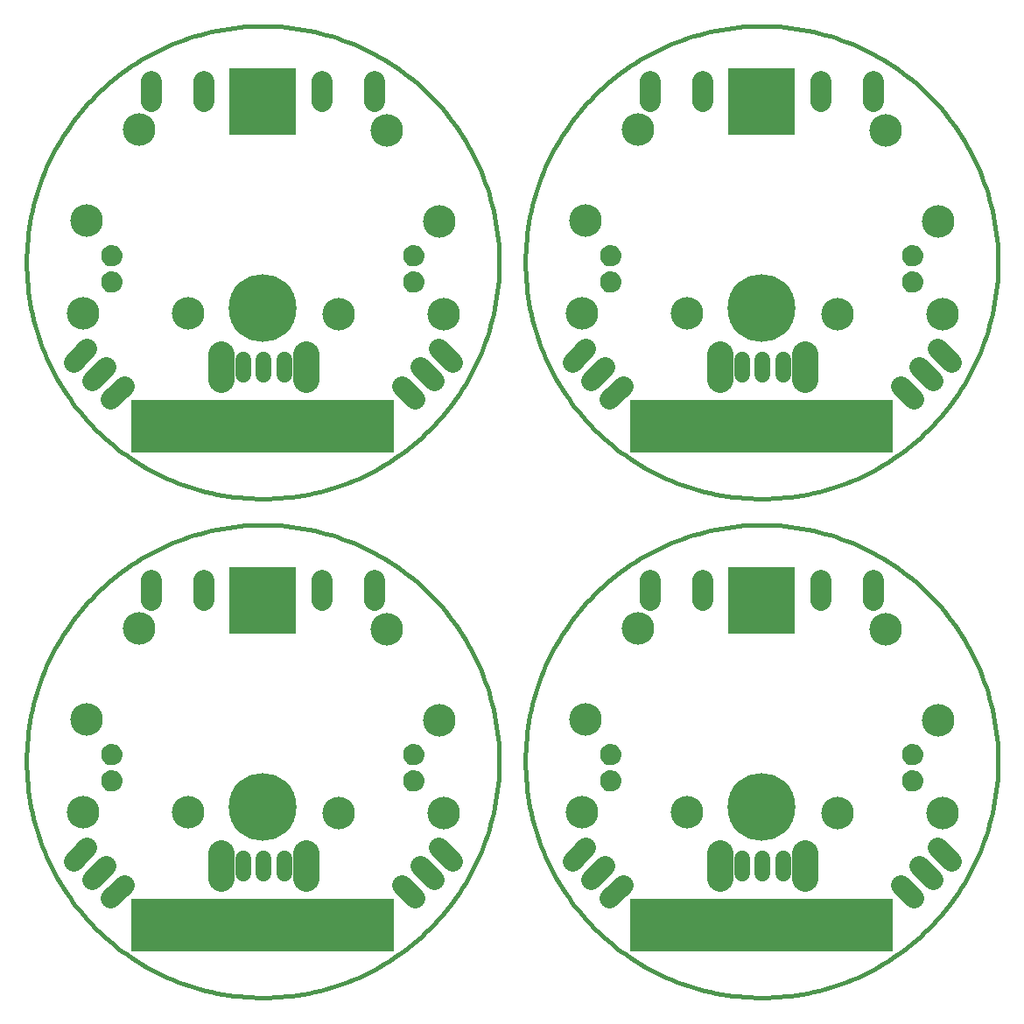
<source format=gbs>
G75*
G70*
%OFA0B0*%
%FSLAX25Y25*%
%IPPOS*%
%LPD*%
%AMOC8*
5,1,8,0,0,1.08239X$1,22.5*
%
%ADD106C,0.00500*%
%ADD171C,0.10144*%
%ADD21C,0.07800*%
%ADD26C,0.25800*%
%ADD44R,0.25800X0.25800*%
%ADD52C,0.01600*%
%ADD70C,0.05943*%
%ADD75C,0.08000*%
%ADD77C,0.12400*%
%ADD83R,1.00400X0.20400*%
X0010000Y0010000D02*
G75*
%LPD*%
D52*
X0010000Y0100000D02*
X0010027Y0102209D01*
X0010108Y0104416D01*
X0010244Y0106621D01*
X0010433Y0108822D01*
X0010677Y0111017D01*
X0010974Y0113206D01*
X0011325Y0115387D01*
X0011729Y0117558D01*
X0012187Y0119719D01*
X0012697Y0121868D01*
X0013260Y0124004D01*
X0013875Y0126126D01*
X0014542Y0128231D01*
X0015261Y0130320D01*
X0016031Y0132391D01*
X0016851Y0134442D01*
X0017721Y0136472D01*
X0018641Y0138480D01*
X0019610Y0140465D01*
X0020627Y0142426D01*
X0021692Y0144361D01*
X0022804Y0146269D01*
X0023963Y0148150D01*
X0025168Y0150001D01*
X0026417Y0151823D01*
X0027711Y0153613D01*
X0029049Y0155371D01*
X0030429Y0157095D01*
X0031851Y0158786D01*
X0033314Y0160440D01*
X0034818Y0162059D01*
X0036360Y0163640D01*
X0037941Y0165182D01*
X0039560Y0166686D01*
X0041214Y0168149D01*
X0042905Y0169571D01*
X0044629Y0170951D01*
X0046387Y0172289D01*
X0048177Y0173583D01*
X0049999Y0174832D01*
X0051850Y0176037D01*
X0053731Y0177196D01*
X0055639Y0178308D01*
X0057574Y0179373D01*
X0059535Y0180390D01*
X0061520Y0181359D01*
X0063528Y0182279D01*
X0065558Y0183149D01*
X0067609Y0183969D01*
X0069680Y0184739D01*
X0071769Y0185458D01*
X0073874Y0186125D01*
X0075996Y0186740D01*
X0078132Y0187303D01*
X0080281Y0187813D01*
X0082442Y0188271D01*
X0084613Y0188675D01*
X0086794Y0189026D01*
X0088983Y0189323D01*
X0091178Y0189567D01*
X0093379Y0189756D01*
X0095584Y0189892D01*
X0097791Y0189973D01*
X0100000Y0190000D01*
X0102209Y0189973D01*
X0104416Y0189892D01*
X0106621Y0189756D01*
X0108822Y0189567D01*
X0111017Y0189323D01*
X0113206Y0189026D01*
X0115387Y0188675D01*
X0117558Y0188271D01*
X0119719Y0187813D01*
X0121868Y0187303D01*
X0124004Y0186740D01*
X0126126Y0186125D01*
X0128231Y0185458D01*
X0130320Y0184739D01*
X0132391Y0183969D01*
X0134442Y0183149D01*
X0136472Y0182279D01*
X0138480Y0181359D01*
X0140465Y0180390D01*
X0142426Y0179373D01*
X0144361Y0178308D01*
X0146269Y0177196D01*
X0148150Y0176037D01*
X0150001Y0174832D01*
X0151823Y0173583D01*
X0153613Y0172289D01*
X0155371Y0170951D01*
X0157095Y0169571D01*
X0158786Y0168149D01*
X0160440Y0166686D01*
X0162059Y0165182D01*
X0163640Y0163640D01*
X0165182Y0162059D01*
X0166686Y0160440D01*
X0168149Y0158786D01*
X0169571Y0157095D01*
X0170951Y0155371D01*
X0172289Y0153613D01*
X0173583Y0151823D01*
X0174832Y0150001D01*
X0176037Y0148150D01*
X0177196Y0146269D01*
X0178308Y0144361D01*
X0179373Y0142426D01*
X0180390Y0140465D01*
X0181359Y0138480D01*
X0182279Y0136472D01*
X0183149Y0134442D01*
X0183969Y0132391D01*
X0184739Y0130320D01*
X0185458Y0128231D01*
X0186125Y0126126D01*
X0186740Y0124004D01*
X0187303Y0121868D01*
X0187813Y0119719D01*
X0188271Y0117558D01*
X0188675Y0115387D01*
X0189026Y0113206D01*
X0189323Y0111017D01*
X0189567Y0108822D01*
X0189756Y0106621D01*
X0189892Y0104416D01*
X0189973Y0102209D01*
X0190000Y0100000D01*
X0189973Y0097791D01*
X0189892Y0095584D01*
X0189756Y0093379D01*
X0189567Y0091178D01*
X0189323Y0088983D01*
X0189026Y0086794D01*
X0188675Y0084613D01*
X0188271Y0082442D01*
X0187813Y0080281D01*
X0187303Y0078132D01*
X0186740Y0075996D01*
X0186125Y0073874D01*
X0185458Y0071769D01*
X0184739Y0069680D01*
X0183969Y0067609D01*
X0183149Y0065558D01*
X0182279Y0063528D01*
X0181359Y0061520D01*
X0180390Y0059535D01*
X0179373Y0057574D01*
X0178308Y0055639D01*
X0177196Y0053731D01*
X0176037Y0051850D01*
X0174832Y0049999D01*
X0173583Y0048177D01*
X0172289Y0046387D01*
X0170951Y0044629D01*
X0169571Y0042905D01*
X0168149Y0041214D01*
X0166686Y0039560D01*
X0165182Y0037941D01*
X0163640Y0036360D01*
X0162059Y0034818D01*
X0160440Y0033314D01*
X0158786Y0031851D01*
X0157095Y0030429D01*
X0155371Y0029049D01*
X0153613Y0027711D01*
X0151823Y0026417D01*
X0150001Y0025168D01*
X0148150Y0023963D01*
X0146269Y0022804D01*
X0144361Y0021692D01*
X0142426Y0020627D01*
X0140465Y0019610D01*
X0138480Y0018641D01*
X0136472Y0017721D01*
X0134442Y0016851D01*
X0132391Y0016031D01*
X0130320Y0015261D01*
X0128231Y0014542D01*
X0126126Y0013875D01*
X0124004Y0013260D01*
X0121868Y0012697D01*
X0119719Y0012187D01*
X0117558Y0011729D01*
X0115387Y0011325D01*
X0113206Y0010974D01*
X0111017Y0010677D01*
X0108822Y0010433D01*
X0106621Y0010244D01*
X0104416Y0010108D01*
X0102209Y0010027D01*
X0100000Y0010000D01*
X0097791Y0010027D01*
X0095584Y0010108D01*
X0093379Y0010244D01*
X0091178Y0010433D01*
X0088983Y0010677D01*
X0086794Y0010974D01*
X0084613Y0011325D01*
X0082442Y0011729D01*
X0080281Y0012187D01*
X0078132Y0012697D01*
X0075996Y0013260D01*
X0073874Y0013875D01*
X0071769Y0014542D01*
X0069680Y0015261D01*
X0067609Y0016031D01*
X0065558Y0016851D01*
X0063528Y0017721D01*
X0061520Y0018641D01*
X0059535Y0019610D01*
X0057574Y0020627D01*
X0055639Y0021692D01*
X0053731Y0022804D01*
X0051850Y0023963D01*
X0049999Y0025168D01*
X0048177Y0026417D01*
X0046387Y0027711D01*
X0044629Y0029049D01*
X0042905Y0030429D01*
X0041214Y0031851D01*
X0039560Y0033314D01*
X0037941Y0034818D01*
X0036360Y0036360D01*
X0034818Y0037941D01*
X0033314Y0039560D01*
X0031851Y0041214D01*
X0030429Y0042905D01*
X0029049Y0044629D01*
X0027711Y0046387D01*
X0026417Y0048177D01*
X0025168Y0049999D01*
X0023963Y0051850D01*
X0022804Y0053731D01*
X0021692Y0055639D01*
X0020627Y0057574D01*
X0019610Y0059535D01*
X0018641Y0061520D01*
X0017721Y0063528D01*
X0016851Y0065558D01*
X0016031Y0067609D01*
X0015261Y0069680D01*
X0014542Y0071769D01*
X0013875Y0073874D01*
X0013260Y0075996D01*
X0012697Y0078132D01*
X0012187Y0080281D01*
X0011729Y0082442D01*
X0011325Y0084613D01*
X0010974Y0086794D01*
X0010677Y0088983D01*
X0010433Y0091178D01*
X0010244Y0093379D01*
X0010108Y0095584D01*
X0010027Y0097791D01*
X0010000Y0100000D01*
D21*
X0047188Y0053045D02*
X0041955Y0047812D01*
X0034884Y0054883D02*
X0040117Y0060116D01*
X0033046Y0067187D02*
X0027813Y0061955D01*
X0152813Y0053045D02*
X0158046Y0047812D01*
X0165117Y0054883D02*
X0159884Y0060116D01*
X0166955Y0067187D02*
X0172188Y0061955D01*
D77*
X0168781Y0080107D03*
X0167210Y0115507D03*
X0147210Y0150148D03*
X0128781Y0080107D03*
X0071462Y0080624D03*
X0032929Y0115922D03*
X0052929Y0150563D03*
X0031462Y0080624D03*
D75*
X0057500Y0161200D02*
X0057500Y0168800D01*
X0077500Y0168800D02*
X0077500Y0161200D01*
X0122500Y0161200D02*
X0122500Y0168800D01*
X0142500Y0168800D02*
X0142500Y0161200D01*
D106*
X0156688Y0106168D02*
X0155995Y0105948D01*
X0155358Y0105597D01*
X0154802Y0105128D01*
X0154348Y0104559D01*
X0154014Y0103913D01*
X0153812Y0103215D01*
X0153750Y0102490D01*
X0153813Y0101769D01*
X0154016Y0101075D01*
X0154350Y0100433D01*
X0154803Y0099869D01*
X0155357Y0099404D01*
X0155991Y0099056D01*
X0156681Y0098838D01*
X0157400Y0098760D01*
X0158060Y0098808D01*
X0158702Y0098970D01*
X0159305Y0099241D01*
X0159853Y0099612D01*
X0160327Y0100073D01*
X0160715Y0100610D01*
X0161003Y0101205D01*
X0161183Y0101842D01*
X0161251Y0102500D01*
X0161185Y0103158D01*
X0161006Y0103795D01*
X0160720Y0104391D01*
X0160334Y0104929D01*
X0159861Y0105391D01*
X0159314Y0105764D01*
X0158711Y0106036D01*
X0158070Y0106200D01*
X0157411Y0106249D01*
X0156688Y0106168D01*
X0157280Y0106235D02*
X0157604Y0106235D01*
X0159354Y0105736D02*
X0155611Y0105736D01*
X0154932Y0105238D02*
X0160017Y0105238D01*
X0160470Y0104739D02*
X0154492Y0104739D01*
X0154183Y0104241D02*
X0160792Y0104241D01*
X0161021Y0103742D02*
X0153964Y0103742D01*
X0153820Y0103244D02*
X0161161Y0103244D01*
X0161226Y0102745D02*
X0153772Y0102745D01*
X0153772Y0102247D02*
X0161225Y0102247D01*
X0161157Y0101748D02*
X0153819Y0101748D01*
X0153965Y0101250D02*
X0161016Y0101250D01*
X0160783Y0100751D02*
X0154184Y0100751D01*
X0154494Y0100253D02*
X0160457Y0100253D01*
X0159999Y0099754D02*
X0154939Y0099754D01*
X0155627Y0099256D02*
X0159328Y0099256D01*
X0158070Y0096200D02*
X0157411Y0096249D01*
X0156688Y0096168D01*
X0155995Y0095948D01*
X0155358Y0095597D01*
X0154802Y0095128D01*
X0154348Y0094559D01*
X0154014Y0093913D01*
X0153812Y0093215D01*
X0153750Y0092490D01*
X0153813Y0091769D01*
X0154016Y0091075D01*
X0154350Y0090433D01*
X0154803Y0089869D01*
X0155357Y0089404D01*
X0155991Y0089056D01*
X0156681Y0088838D01*
X0157400Y0088760D01*
X0158060Y0088808D01*
X0158702Y0088970D01*
X0159305Y0089241D01*
X0159853Y0089612D01*
X0160327Y0090073D01*
X0160715Y0090610D01*
X0161003Y0091205D01*
X0161183Y0091842D01*
X0161251Y0092500D01*
X0161185Y0093158D01*
X0161006Y0093795D01*
X0160720Y0094391D01*
X0160334Y0094929D01*
X0159861Y0095391D01*
X0159314Y0095764D01*
X0158711Y0096036D01*
X0158070Y0096200D01*
X0159309Y0095766D02*
X0155665Y0095766D01*
X0154968Y0095268D02*
X0159987Y0095268D01*
X0160448Y0094769D02*
X0154515Y0094769D01*
X0154199Y0094271D02*
X0160778Y0094271D01*
X0161013Y0093772D02*
X0153973Y0093772D01*
X0153829Y0093273D02*
X0161153Y0093273D01*
X0161223Y0092775D02*
X0153775Y0092775D01*
X0153769Y0092276D02*
X0161228Y0092276D01*
X0161165Y0091778D02*
X0153813Y0091778D01*
X0153956Y0091279D02*
X0161024Y0091279D01*
X0160798Y0090781D02*
X0154169Y0090781D01*
X0154470Y0090282D02*
X0160479Y0090282D01*
X0160030Y0089784D02*
X0154903Y0089784D01*
X0155572Y0089285D02*
X0159371Y0089285D01*
X0157775Y0088787D02*
X0157151Y0088787D01*
X0046251Y0092500D02*
X0046183Y0091842D01*
X0046003Y0091205D01*
X0045715Y0090610D01*
X0045327Y0090073D01*
X0044853Y0089612D01*
X0044305Y0089241D01*
X0043702Y0088970D01*
X0043060Y0088808D01*
X0042400Y0088760D01*
X0041681Y0088838D01*
X0040991Y0089056D01*
X0040357Y0089404D01*
X0039803Y0089869D01*
X0039350Y0090433D01*
X0039016Y0091075D01*
X0038813Y0091769D01*
X0038750Y0092490D01*
X0038812Y0093215D01*
X0039014Y0093913D01*
X0039348Y0094559D01*
X0039802Y0095128D01*
X0040358Y0095597D01*
X0040995Y0095948D01*
X0041688Y0096168D01*
X0042411Y0096249D01*
X0043070Y0096200D01*
X0043711Y0096036D01*
X0044314Y0095764D01*
X0044861Y0095391D01*
X0045334Y0094929D01*
X0045720Y0094391D01*
X0046006Y0093795D01*
X0046185Y0093158D01*
X0046251Y0092500D01*
X0046228Y0092276D02*
X0038769Y0092276D01*
X0038775Y0092775D02*
X0046223Y0092775D01*
X0046153Y0093273D02*
X0038829Y0093273D01*
X0038973Y0093772D02*
X0046013Y0093772D01*
X0045778Y0094271D02*
X0039199Y0094271D01*
X0039515Y0094769D02*
X0045448Y0094769D01*
X0044987Y0095268D02*
X0039968Y0095268D01*
X0040665Y0095766D02*
X0044309Y0095766D01*
X0043702Y0098970D02*
X0043060Y0098808D01*
X0042400Y0098760D01*
X0041681Y0098838D01*
X0040991Y0099056D01*
X0040357Y0099404D01*
X0039803Y0099869D01*
X0039350Y0100433D01*
X0039016Y0101075D01*
X0038813Y0101769D01*
X0038750Y0102490D01*
X0038812Y0103215D01*
X0039014Y0103913D01*
X0039348Y0104559D01*
X0039802Y0105128D01*
X0040358Y0105597D01*
X0040995Y0105948D01*
X0041688Y0106168D01*
X0042411Y0106249D01*
X0043070Y0106200D01*
X0043711Y0106036D01*
X0044314Y0105764D01*
X0044861Y0105391D01*
X0045334Y0104929D01*
X0045720Y0104391D01*
X0046006Y0103795D01*
X0046185Y0103158D01*
X0046251Y0102500D01*
X0046183Y0101842D01*
X0046003Y0101205D01*
X0045715Y0100610D01*
X0045327Y0100073D01*
X0044853Y0099612D01*
X0044305Y0099241D01*
X0043702Y0098970D01*
X0044328Y0099256D02*
X0040627Y0099256D01*
X0039939Y0099754D02*
X0044999Y0099754D01*
X0045457Y0100253D02*
X0039494Y0100253D01*
X0039184Y0100751D02*
X0045783Y0100751D01*
X0046016Y0101250D02*
X0038965Y0101250D01*
X0038819Y0101748D02*
X0046157Y0101748D01*
X0046225Y0102247D02*
X0038772Y0102247D01*
X0038772Y0102745D02*
X0046226Y0102745D01*
X0046161Y0103244D02*
X0038820Y0103244D01*
X0038964Y0103742D02*
X0046021Y0103742D01*
X0045792Y0104241D02*
X0039183Y0104241D01*
X0039492Y0104739D02*
X0045470Y0104739D01*
X0045017Y0105238D02*
X0039932Y0105238D01*
X0040611Y0105736D02*
X0044354Y0105736D01*
X0042604Y0106235D02*
X0042280Y0106235D01*
X0038813Y0091778D02*
X0046165Y0091778D01*
X0046024Y0091279D02*
X0038956Y0091279D01*
X0039169Y0090781D02*
X0045798Y0090781D01*
X0045479Y0090282D02*
X0039470Y0090282D01*
X0039903Y0089784D02*
X0045030Y0089784D01*
X0044371Y0089285D02*
X0040572Y0089285D01*
X0042151Y0088787D02*
X0042775Y0088787D01*
D44*
X0100000Y0161240D03*
D26*
X0100000Y0082500D03*
D83*
X0100000Y0037500D03*
D171*
X0084217Y0055128D02*
X0084217Y0064872D01*
X0116500Y0064872D02*
X0116500Y0055128D01*
D70*
X0108233Y0057228D02*
X0108233Y0062771D01*
X0100359Y0062771D02*
X0100359Y0057228D01*
X0092485Y0057228D02*
X0092485Y0062771D01*
X0010000Y0200000D02*
G75*
%LPD*%
D52*
X0010000Y0290000D02*
X0010027Y0292209D01*
X0010108Y0294416D01*
X0010244Y0296621D01*
X0010433Y0298822D01*
X0010677Y0301017D01*
X0010974Y0303206D01*
X0011325Y0305387D01*
X0011729Y0307558D01*
X0012187Y0309719D01*
X0012697Y0311868D01*
X0013260Y0314004D01*
X0013875Y0316126D01*
X0014542Y0318231D01*
X0015261Y0320320D01*
X0016031Y0322391D01*
X0016851Y0324442D01*
X0017721Y0326472D01*
X0018641Y0328480D01*
X0019610Y0330465D01*
X0020627Y0332426D01*
X0021692Y0334361D01*
X0022804Y0336269D01*
X0023963Y0338150D01*
X0025168Y0340001D01*
X0026417Y0341823D01*
X0027711Y0343613D01*
X0029049Y0345371D01*
X0030429Y0347095D01*
X0031851Y0348786D01*
X0033314Y0350440D01*
X0034818Y0352059D01*
X0036360Y0353640D01*
X0037941Y0355182D01*
X0039560Y0356686D01*
X0041214Y0358149D01*
X0042905Y0359571D01*
X0044629Y0360951D01*
X0046387Y0362289D01*
X0048177Y0363583D01*
X0049999Y0364832D01*
X0051850Y0366037D01*
X0053731Y0367196D01*
X0055639Y0368308D01*
X0057574Y0369373D01*
X0059535Y0370390D01*
X0061520Y0371359D01*
X0063528Y0372279D01*
X0065558Y0373149D01*
X0067609Y0373969D01*
X0069680Y0374739D01*
X0071769Y0375458D01*
X0073874Y0376125D01*
X0075996Y0376740D01*
X0078132Y0377303D01*
X0080281Y0377813D01*
X0082442Y0378271D01*
X0084613Y0378675D01*
X0086794Y0379026D01*
X0088983Y0379323D01*
X0091178Y0379567D01*
X0093379Y0379756D01*
X0095584Y0379892D01*
X0097791Y0379973D01*
X0100000Y0380000D01*
X0102209Y0379973D01*
X0104416Y0379892D01*
X0106621Y0379756D01*
X0108822Y0379567D01*
X0111017Y0379323D01*
X0113206Y0379026D01*
X0115387Y0378675D01*
X0117558Y0378271D01*
X0119719Y0377813D01*
X0121868Y0377303D01*
X0124004Y0376740D01*
X0126126Y0376125D01*
X0128231Y0375458D01*
X0130320Y0374739D01*
X0132391Y0373969D01*
X0134442Y0373149D01*
X0136472Y0372279D01*
X0138480Y0371359D01*
X0140465Y0370390D01*
X0142426Y0369373D01*
X0144361Y0368308D01*
X0146269Y0367196D01*
X0148150Y0366037D01*
X0150001Y0364832D01*
X0151823Y0363583D01*
X0153613Y0362289D01*
X0155371Y0360951D01*
X0157095Y0359571D01*
X0158786Y0358149D01*
X0160440Y0356686D01*
X0162059Y0355182D01*
X0163640Y0353640D01*
X0165182Y0352059D01*
X0166686Y0350440D01*
X0168149Y0348786D01*
X0169571Y0347095D01*
X0170951Y0345371D01*
X0172289Y0343613D01*
X0173583Y0341823D01*
X0174832Y0340001D01*
X0176037Y0338150D01*
X0177196Y0336269D01*
X0178308Y0334361D01*
X0179373Y0332426D01*
X0180390Y0330465D01*
X0181359Y0328480D01*
X0182279Y0326472D01*
X0183149Y0324442D01*
X0183969Y0322391D01*
X0184739Y0320320D01*
X0185458Y0318231D01*
X0186125Y0316126D01*
X0186740Y0314004D01*
X0187303Y0311868D01*
X0187813Y0309719D01*
X0188271Y0307558D01*
X0188675Y0305387D01*
X0189026Y0303206D01*
X0189323Y0301017D01*
X0189567Y0298822D01*
X0189756Y0296621D01*
X0189892Y0294416D01*
X0189973Y0292209D01*
X0190000Y0290000D01*
X0189973Y0287791D01*
X0189892Y0285584D01*
X0189756Y0283379D01*
X0189567Y0281178D01*
X0189323Y0278983D01*
X0189026Y0276794D01*
X0188675Y0274613D01*
X0188271Y0272442D01*
X0187813Y0270281D01*
X0187303Y0268132D01*
X0186740Y0265996D01*
X0186125Y0263874D01*
X0185458Y0261769D01*
X0184739Y0259680D01*
X0183969Y0257609D01*
X0183149Y0255558D01*
X0182279Y0253528D01*
X0181359Y0251520D01*
X0180390Y0249535D01*
X0179373Y0247574D01*
X0178308Y0245639D01*
X0177196Y0243731D01*
X0176037Y0241850D01*
X0174832Y0239999D01*
X0173583Y0238177D01*
X0172289Y0236387D01*
X0170951Y0234629D01*
X0169571Y0232905D01*
X0168149Y0231214D01*
X0166686Y0229560D01*
X0165182Y0227941D01*
X0163640Y0226360D01*
X0162059Y0224818D01*
X0160440Y0223314D01*
X0158786Y0221851D01*
X0157095Y0220429D01*
X0155371Y0219049D01*
X0153613Y0217711D01*
X0151823Y0216417D01*
X0150001Y0215168D01*
X0148150Y0213963D01*
X0146269Y0212804D01*
X0144361Y0211692D01*
X0142426Y0210627D01*
X0140465Y0209610D01*
X0138480Y0208641D01*
X0136472Y0207721D01*
X0134442Y0206851D01*
X0132391Y0206031D01*
X0130320Y0205261D01*
X0128231Y0204542D01*
X0126126Y0203875D01*
X0124004Y0203260D01*
X0121868Y0202697D01*
X0119719Y0202187D01*
X0117558Y0201729D01*
X0115387Y0201325D01*
X0113206Y0200974D01*
X0111017Y0200677D01*
X0108822Y0200433D01*
X0106621Y0200244D01*
X0104416Y0200108D01*
X0102209Y0200027D01*
X0100000Y0200000D01*
X0097791Y0200027D01*
X0095584Y0200108D01*
X0093379Y0200244D01*
X0091178Y0200433D01*
X0088983Y0200677D01*
X0086794Y0200974D01*
X0084613Y0201325D01*
X0082442Y0201729D01*
X0080281Y0202187D01*
X0078132Y0202697D01*
X0075996Y0203260D01*
X0073874Y0203875D01*
X0071769Y0204542D01*
X0069680Y0205261D01*
X0067609Y0206031D01*
X0065558Y0206851D01*
X0063528Y0207721D01*
X0061520Y0208641D01*
X0059535Y0209610D01*
X0057574Y0210627D01*
X0055639Y0211692D01*
X0053731Y0212804D01*
X0051850Y0213963D01*
X0049999Y0215168D01*
X0048177Y0216417D01*
X0046387Y0217711D01*
X0044629Y0219049D01*
X0042905Y0220429D01*
X0041214Y0221851D01*
X0039560Y0223314D01*
X0037941Y0224818D01*
X0036360Y0226360D01*
X0034818Y0227941D01*
X0033314Y0229560D01*
X0031851Y0231214D01*
X0030429Y0232905D01*
X0029049Y0234629D01*
X0027711Y0236387D01*
X0026417Y0238177D01*
X0025168Y0239999D01*
X0023963Y0241850D01*
X0022804Y0243731D01*
X0021692Y0245639D01*
X0020627Y0247574D01*
X0019610Y0249535D01*
X0018641Y0251520D01*
X0017721Y0253528D01*
X0016851Y0255558D01*
X0016031Y0257609D01*
X0015261Y0259680D01*
X0014542Y0261769D01*
X0013875Y0263874D01*
X0013260Y0265996D01*
X0012697Y0268132D01*
X0012187Y0270281D01*
X0011729Y0272442D01*
X0011325Y0274613D01*
X0010974Y0276794D01*
X0010677Y0278983D01*
X0010433Y0281178D01*
X0010244Y0283379D01*
X0010108Y0285584D01*
X0010027Y0287791D01*
X0010000Y0290000D01*
D21*
X0047188Y0243045D02*
X0041955Y0237812D01*
X0034884Y0244883D02*
X0040117Y0250116D01*
X0033046Y0257187D02*
X0027813Y0251955D01*
X0152813Y0243045D02*
X0158046Y0237812D01*
X0165117Y0244883D02*
X0159884Y0250116D01*
X0166955Y0257187D02*
X0172188Y0251955D01*
D77*
X0168781Y0270107D03*
X0167210Y0305507D03*
X0147210Y0340148D03*
X0128781Y0270107D03*
X0071462Y0270624D03*
X0032929Y0305922D03*
X0052929Y0340563D03*
X0031462Y0270624D03*
D75*
X0057500Y0351200D02*
X0057500Y0358800D01*
X0077500Y0358800D02*
X0077500Y0351200D01*
X0122500Y0351200D02*
X0122500Y0358800D01*
X0142500Y0358800D02*
X0142500Y0351200D01*
D106*
X0156688Y0296168D02*
X0155995Y0295948D01*
X0155358Y0295597D01*
X0154802Y0295128D01*
X0154348Y0294559D01*
X0154014Y0293913D01*
X0153812Y0293215D01*
X0153750Y0292490D01*
X0153813Y0291769D01*
X0154016Y0291075D01*
X0154350Y0290433D01*
X0154803Y0289869D01*
X0155357Y0289404D01*
X0155991Y0289056D01*
X0156681Y0288838D01*
X0157400Y0288760D01*
X0158060Y0288808D01*
X0158702Y0288970D01*
X0159305Y0289241D01*
X0159853Y0289612D01*
X0160327Y0290073D01*
X0160715Y0290610D01*
X0161003Y0291205D01*
X0161183Y0291842D01*
X0161251Y0292500D01*
X0161185Y0293158D01*
X0161006Y0293795D01*
X0160720Y0294391D01*
X0160334Y0294929D01*
X0159861Y0295391D01*
X0159314Y0295764D01*
X0158711Y0296036D01*
X0158070Y0296200D01*
X0157411Y0296249D01*
X0156688Y0296168D01*
X0157280Y0296235D02*
X0157604Y0296235D01*
X0159354Y0295736D02*
X0155611Y0295736D01*
X0154932Y0295238D02*
X0160017Y0295238D01*
X0160470Y0294739D02*
X0154492Y0294739D01*
X0154183Y0294241D02*
X0160792Y0294241D01*
X0161021Y0293742D02*
X0153964Y0293742D01*
X0153820Y0293244D02*
X0161161Y0293244D01*
X0161226Y0292745D02*
X0153772Y0292745D01*
X0153772Y0292247D02*
X0161225Y0292247D01*
X0161157Y0291748D02*
X0153819Y0291748D01*
X0153965Y0291250D02*
X0161016Y0291250D01*
X0160783Y0290751D02*
X0154184Y0290751D01*
X0154494Y0290253D02*
X0160457Y0290253D01*
X0159999Y0289754D02*
X0154939Y0289754D01*
X0155627Y0289256D02*
X0159328Y0289256D01*
X0158070Y0286200D02*
X0157411Y0286249D01*
X0156688Y0286168D01*
X0155995Y0285948D01*
X0155358Y0285597D01*
X0154802Y0285128D01*
X0154348Y0284559D01*
X0154014Y0283913D01*
X0153812Y0283215D01*
X0153750Y0282490D01*
X0153813Y0281769D01*
X0154016Y0281075D01*
X0154350Y0280433D01*
X0154803Y0279869D01*
X0155357Y0279404D01*
X0155991Y0279056D01*
X0156681Y0278838D01*
X0157400Y0278760D01*
X0158060Y0278808D01*
X0158702Y0278970D01*
X0159305Y0279241D01*
X0159853Y0279612D01*
X0160327Y0280073D01*
X0160715Y0280610D01*
X0161003Y0281205D01*
X0161183Y0281842D01*
X0161251Y0282500D01*
X0161185Y0283158D01*
X0161006Y0283795D01*
X0160720Y0284391D01*
X0160334Y0284929D01*
X0159861Y0285391D01*
X0159314Y0285764D01*
X0158711Y0286036D01*
X0158070Y0286200D01*
X0159309Y0285766D02*
X0155665Y0285766D01*
X0154968Y0285268D02*
X0159987Y0285268D01*
X0160448Y0284769D02*
X0154515Y0284769D01*
X0154199Y0284271D02*
X0160778Y0284271D01*
X0161013Y0283772D02*
X0153973Y0283772D01*
X0153829Y0283273D02*
X0161153Y0283273D01*
X0161223Y0282775D02*
X0153775Y0282775D01*
X0153769Y0282276D02*
X0161228Y0282276D01*
X0161165Y0281778D02*
X0153813Y0281778D01*
X0153956Y0281279D02*
X0161024Y0281279D01*
X0160798Y0280781D02*
X0154169Y0280781D01*
X0154470Y0280282D02*
X0160479Y0280282D01*
X0160030Y0279784D02*
X0154903Y0279784D01*
X0155572Y0279285D02*
X0159371Y0279285D01*
X0157775Y0278787D02*
X0157151Y0278787D01*
X0046251Y0282500D02*
X0046183Y0281842D01*
X0046003Y0281205D01*
X0045715Y0280610D01*
X0045327Y0280073D01*
X0044853Y0279612D01*
X0044305Y0279241D01*
X0043702Y0278970D01*
X0043060Y0278808D01*
X0042400Y0278760D01*
X0041681Y0278838D01*
X0040991Y0279056D01*
X0040357Y0279404D01*
X0039803Y0279869D01*
X0039350Y0280433D01*
X0039016Y0281075D01*
X0038813Y0281769D01*
X0038750Y0282490D01*
X0038812Y0283215D01*
X0039014Y0283913D01*
X0039348Y0284559D01*
X0039802Y0285128D01*
X0040358Y0285597D01*
X0040995Y0285948D01*
X0041688Y0286168D01*
X0042411Y0286249D01*
X0043070Y0286200D01*
X0043711Y0286036D01*
X0044314Y0285764D01*
X0044861Y0285391D01*
X0045334Y0284929D01*
X0045720Y0284391D01*
X0046006Y0283795D01*
X0046185Y0283158D01*
X0046251Y0282500D01*
X0046228Y0282276D02*
X0038769Y0282276D01*
X0038775Y0282775D02*
X0046223Y0282775D01*
X0046153Y0283273D02*
X0038829Y0283273D01*
X0038973Y0283772D02*
X0046013Y0283772D01*
X0045778Y0284271D02*
X0039199Y0284271D01*
X0039515Y0284769D02*
X0045448Y0284769D01*
X0044987Y0285268D02*
X0039968Y0285268D01*
X0040665Y0285766D02*
X0044309Y0285766D01*
X0043702Y0288970D02*
X0043060Y0288808D01*
X0042400Y0288760D01*
X0041681Y0288838D01*
X0040991Y0289056D01*
X0040357Y0289404D01*
X0039803Y0289869D01*
X0039350Y0290433D01*
X0039016Y0291075D01*
X0038813Y0291769D01*
X0038750Y0292490D01*
X0038812Y0293215D01*
X0039014Y0293913D01*
X0039348Y0294559D01*
X0039802Y0295128D01*
X0040358Y0295597D01*
X0040995Y0295948D01*
X0041688Y0296168D01*
X0042411Y0296249D01*
X0043070Y0296200D01*
X0043711Y0296036D01*
X0044314Y0295764D01*
X0044861Y0295391D01*
X0045334Y0294929D01*
X0045720Y0294391D01*
X0046006Y0293795D01*
X0046185Y0293158D01*
X0046251Y0292500D01*
X0046183Y0291842D01*
X0046003Y0291205D01*
X0045715Y0290610D01*
X0045327Y0290073D01*
X0044853Y0289612D01*
X0044305Y0289241D01*
X0043702Y0288970D01*
X0044328Y0289256D02*
X0040627Y0289256D01*
X0039939Y0289754D02*
X0044999Y0289754D01*
X0045457Y0290253D02*
X0039494Y0290253D01*
X0039184Y0290751D02*
X0045783Y0290751D01*
X0046016Y0291250D02*
X0038965Y0291250D01*
X0038819Y0291748D02*
X0046157Y0291748D01*
X0046225Y0292247D02*
X0038772Y0292247D01*
X0038772Y0292745D02*
X0046226Y0292745D01*
X0046161Y0293244D02*
X0038820Y0293244D01*
X0038964Y0293742D02*
X0046021Y0293742D01*
X0045792Y0294241D02*
X0039183Y0294241D01*
X0039492Y0294739D02*
X0045470Y0294739D01*
X0045017Y0295238D02*
X0039932Y0295238D01*
X0040611Y0295736D02*
X0044354Y0295736D01*
X0042604Y0296235D02*
X0042280Y0296235D01*
X0038813Y0281778D02*
X0046165Y0281778D01*
X0046024Y0281279D02*
X0038956Y0281279D01*
X0039169Y0280781D02*
X0045798Y0280781D01*
X0045479Y0280282D02*
X0039470Y0280282D01*
X0039903Y0279784D02*
X0045030Y0279784D01*
X0044371Y0279285D02*
X0040572Y0279285D01*
X0042151Y0278787D02*
X0042775Y0278787D01*
D44*
X0100000Y0351240D03*
D26*
X0100000Y0272500D03*
D83*
X0100000Y0227500D03*
D171*
X0084217Y0245128D02*
X0084217Y0254872D01*
X0116500Y0254872D02*
X0116500Y0245128D01*
D70*
X0108233Y0247228D02*
X0108233Y0252771D01*
X0100359Y0252771D02*
X0100359Y0247228D01*
X0092485Y0247228D02*
X0092485Y0252771D01*
X0200000Y0010000D02*
G75*
%LPD*%
D52*
X0200000Y0100000D02*
X0200027Y0102209D01*
X0200108Y0104416D01*
X0200244Y0106621D01*
X0200433Y0108822D01*
X0200677Y0111017D01*
X0200974Y0113206D01*
X0201325Y0115387D01*
X0201729Y0117558D01*
X0202187Y0119719D01*
X0202697Y0121868D01*
X0203260Y0124004D01*
X0203875Y0126126D01*
X0204542Y0128231D01*
X0205261Y0130320D01*
X0206031Y0132391D01*
X0206851Y0134442D01*
X0207721Y0136472D01*
X0208641Y0138480D01*
X0209610Y0140465D01*
X0210627Y0142426D01*
X0211692Y0144361D01*
X0212804Y0146269D01*
X0213963Y0148150D01*
X0215168Y0150001D01*
X0216417Y0151823D01*
X0217711Y0153613D01*
X0219049Y0155371D01*
X0220429Y0157095D01*
X0221851Y0158786D01*
X0223314Y0160440D01*
X0224818Y0162059D01*
X0226360Y0163640D01*
X0227941Y0165182D01*
X0229560Y0166686D01*
X0231214Y0168149D01*
X0232905Y0169571D01*
X0234629Y0170951D01*
X0236387Y0172289D01*
X0238177Y0173583D01*
X0239999Y0174832D01*
X0241850Y0176037D01*
X0243731Y0177196D01*
X0245639Y0178308D01*
X0247574Y0179373D01*
X0249535Y0180390D01*
X0251520Y0181359D01*
X0253528Y0182279D01*
X0255558Y0183149D01*
X0257609Y0183969D01*
X0259680Y0184739D01*
X0261769Y0185458D01*
X0263874Y0186125D01*
X0265996Y0186740D01*
X0268132Y0187303D01*
X0270281Y0187813D01*
X0272442Y0188271D01*
X0274613Y0188675D01*
X0276794Y0189026D01*
X0278983Y0189323D01*
X0281178Y0189567D01*
X0283379Y0189756D01*
X0285584Y0189892D01*
X0287791Y0189973D01*
X0290000Y0190000D01*
X0292209Y0189973D01*
X0294416Y0189892D01*
X0296621Y0189756D01*
X0298822Y0189567D01*
X0301017Y0189323D01*
X0303206Y0189026D01*
X0305387Y0188675D01*
X0307558Y0188271D01*
X0309719Y0187813D01*
X0311868Y0187303D01*
X0314004Y0186740D01*
X0316126Y0186125D01*
X0318231Y0185458D01*
X0320320Y0184739D01*
X0322391Y0183969D01*
X0324442Y0183149D01*
X0326472Y0182279D01*
X0328480Y0181359D01*
X0330465Y0180390D01*
X0332426Y0179373D01*
X0334361Y0178308D01*
X0336269Y0177196D01*
X0338150Y0176037D01*
X0340001Y0174832D01*
X0341823Y0173583D01*
X0343613Y0172289D01*
X0345371Y0170951D01*
X0347095Y0169571D01*
X0348786Y0168149D01*
X0350440Y0166686D01*
X0352059Y0165182D01*
X0353640Y0163640D01*
X0355182Y0162059D01*
X0356686Y0160440D01*
X0358149Y0158786D01*
X0359571Y0157095D01*
X0360951Y0155371D01*
X0362289Y0153613D01*
X0363583Y0151823D01*
X0364832Y0150001D01*
X0366037Y0148150D01*
X0367196Y0146269D01*
X0368308Y0144361D01*
X0369373Y0142426D01*
X0370390Y0140465D01*
X0371359Y0138480D01*
X0372279Y0136472D01*
X0373149Y0134442D01*
X0373969Y0132391D01*
X0374739Y0130320D01*
X0375458Y0128231D01*
X0376125Y0126126D01*
X0376740Y0124004D01*
X0377303Y0121868D01*
X0377813Y0119719D01*
X0378271Y0117558D01*
X0378675Y0115387D01*
X0379026Y0113206D01*
X0379323Y0111017D01*
X0379567Y0108822D01*
X0379756Y0106621D01*
X0379892Y0104416D01*
X0379973Y0102209D01*
X0380000Y0100000D01*
X0379973Y0097791D01*
X0379892Y0095584D01*
X0379756Y0093379D01*
X0379567Y0091178D01*
X0379323Y0088983D01*
X0379026Y0086794D01*
X0378675Y0084613D01*
X0378271Y0082442D01*
X0377813Y0080281D01*
X0377303Y0078132D01*
X0376740Y0075996D01*
X0376125Y0073874D01*
X0375458Y0071769D01*
X0374739Y0069680D01*
X0373969Y0067609D01*
X0373149Y0065558D01*
X0372279Y0063528D01*
X0371359Y0061520D01*
X0370390Y0059535D01*
X0369373Y0057574D01*
X0368308Y0055639D01*
X0367196Y0053731D01*
X0366037Y0051850D01*
X0364832Y0049999D01*
X0363583Y0048177D01*
X0362289Y0046387D01*
X0360951Y0044629D01*
X0359571Y0042905D01*
X0358149Y0041214D01*
X0356686Y0039560D01*
X0355182Y0037941D01*
X0353640Y0036360D01*
X0352059Y0034818D01*
X0350440Y0033314D01*
X0348786Y0031851D01*
X0347095Y0030429D01*
X0345371Y0029049D01*
X0343613Y0027711D01*
X0341823Y0026417D01*
X0340001Y0025168D01*
X0338150Y0023963D01*
X0336269Y0022804D01*
X0334361Y0021692D01*
X0332426Y0020627D01*
X0330465Y0019610D01*
X0328480Y0018641D01*
X0326472Y0017721D01*
X0324442Y0016851D01*
X0322391Y0016031D01*
X0320320Y0015261D01*
X0318231Y0014542D01*
X0316126Y0013875D01*
X0314004Y0013260D01*
X0311868Y0012697D01*
X0309719Y0012187D01*
X0307558Y0011729D01*
X0305387Y0011325D01*
X0303206Y0010974D01*
X0301017Y0010677D01*
X0298822Y0010433D01*
X0296621Y0010244D01*
X0294416Y0010108D01*
X0292209Y0010027D01*
X0290000Y0010000D01*
X0287791Y0010027D01*
X0285584Y0010108D01*
X0283379Y0010244D01*
X0281178Y0010433D01*
X0278983Y0010677D01*
X0276794Y0010974D01*
X0274613Y0011325D01*
X0272442Y0011729D01*
X0270281Y0012187D01*
X0268132Y0012697D01*
X0265996Y0013260D01*
X0263874Y0013875D01*
X0261769Y0014542D01*
X0259680Y0015261D01*
X0257609Y0016031D01*
X0255558Y0016851D01*
X0253528Y0017721D01*
X0251520Y0018641D01*
X0249535Y0019610D01*
X0247574Y0020627D01*
X0245639Y0021692D01*
X0243731Y0022804D01*
X0241850Y0023963D01*
X0239999Y0025168D01*
X0238177Y0026417D01*
X0236387Y0027711D01*
X0234629Y0029049D01*
X0232905Y0030429D01*
X0231214Y0031851D01*
X0229560Y0033314D01*
X0227941Y0034818D01*
X0226360Y0036360D01*
X0224818Y0037941D01*
X0223314Y0039560D01*
X0221851Y0041214D01*
X0220429Y0042905D01*
X0219049Y0044629D01*
X0217711Y0046387D01*
X0216417Y0048177D01*
X0215168Y0049999D01*
X0213963Y0051850D01*
X0212804Y0053731D01*
X0211692Y0055639D01*
X0210627Y0057574D01*
X0209610Y0059535D01*
X0208641Y0061520D01*
X0207721Y0063528D01*
X0206851Y0065558D01*
X0206031Y0067609D01*
X0205261Y0069680D01*
X0204542Y0071769D01*
X0203875Y0073874D01*
X0203260Y0075996D01*
X0202697Y0078132D01*
X0202187Y0080281D01*
X0201729Y0082442D01*
X0201325Y0084613D01*
X0200974Y0086794D01*
X0200677Y0088983D01*
X0200433Y0091178D01*
X0200244Y0093379D01*
X0200108Y0095584D01*
X0200027Y0097791D01*
X0200000Y0100000D01*
D21*
X0237188Y0053045D02*
X0231955Y0047812D01*
X0224884Y0054883D02*
X0230117Y0060116D01*
X0223046Y0067187D02*
X0217813Y0061955D01*
X0342813Y0053045D02*
X0348046Y0047812D01*
X0355117Y0054883D02*
X0349884Y0060116D01*
X0356955Y0067187D02*
X0362188Y0061955D01*
D77*
X0358781Y0080107D03*
X0357210Y0115507D03*
X0337210Y0150148D03*
X0318781Y0080107D03*
X0261462Y0080624D03*
X0222929Y0115922D03*
X0242929Y0150563D03*
X0221462Y0080624D03*
D75*
X0247500Y0161200D02*
X0247500Y0168800D01*
X0267500Y0168800D02*
X0267500Y0161200D01*
X0312500Y0161200D02*
X0312500Y0168800D01*
X0332500Y0168800D02*
X0332500Y0161200D01*
D106*
X0346688Y0106168D02*
X0345995Y0105948D01*
X0345358Y0105597D01*
X0344802Y0105128D01*
X0344348Y0104559D01*
X0344014Y0103913D01*
X0343812Y0103215D01*
X0343750Y0102490D01*
X0343813Y0101769D01*
X0344016Y0101075D01*
X0344350Y0100433D01*
X0344803Y0099869D01*
X0345357Y0099404D01*
X0345991Y0099056D01*
X0346681Y0098838D01*
X0347400Y0098760D01*
X0348060Y0098808D01*
X0348702Y0098970D01*
X0349305Y0099241D01*
X0349853Y0099612D01*
X0350327Y0100073D01*
X0350715Y0100610D01*
X0351003Y0101205D01*
X0351183Y0101842D01*
X0351251Y0102500D01*
X0351185Y0103158D01*
X0351006Y0103795D01*
X0350720Y0104391D01*
X0350334Y0104929D01*
X0349861Y0105391D01*
X0349314Y0105764D01*
X0348711Y0106036D01*
X0348070Y0106200D01*
X0347411Y0106249D01*
X0346688Y0106168D01*
X0347280Y0106235D02*
X0347604Y0106235D01*
X0349354Y0105736D02*
X0345611Y0105736D01*
X0344932Y0105238D02*
X0350017Y0105238D01*
X0350470Y0104739D02*
X0344492Y0104739D01*
X0344183Y0104241D02*
X0350792Y0104241D01*
X0351021Y0103742D02*
X0343964Y0103742D01*
X0343820Y0103244D02*
X0351161Y0103244D01*
X0351226Y0102745D02*
X0343772Y0102745D01*
X0343772Y0102247D02*
X0351225Y0102247D01*
X0351157Y0101748D02*
X0343819Y0101748D01*
X0343965Y0101250D02*
X0351016Y0101250D01*
X0350783Y0100751D02*
X0344184Y0100751D01*
X0344494Y0100253D02*
X0350457Y0100253D01*
X0349999Y0099754D02*
X0344939Y0099754D01*
X0345627Y0099256D02*
X0349328Y0099256D01*
X0348070Y0096200D02*
X0347411Y0096249D01*
X0346688Y0096168D01*
X0345995Y0095948D01*
X0345358Y0095597D01*
X0344802Y0095128D01*
X0344348Y0094559D01*
X0344014Y0093913D01*
X0343812Y0093215D01*
X0343750Y0092490D01*
X0343813Y0091769D01*
X0344016Y0091075D01*
X0344350Y0090433D01*
X0344803Y0089869D01*
X0345357Y0089404D01*
X0345991Y0089056D01*
X0346681Y0088838D01*
X0347400Y0088760D01*
X0348060Y0088808D01*
X0348702Y0088970D01*
X0349305Y0089241D01*
X0349853Y0089612D01*
X0350327Y0090073D01*
X0350715Y0090610D01*
X0351003Y0091205D01*
X0351183Y0091842D01*
X0351251Y0092500D01*
X0351185Y0093158D01*
X0351006Y0093795D01*
X0350720Y0094391D01*
X0350334Y0094929D01*
X0349861Y0095391D01*
X0349314Y0095764D01*
X0348711Y0096036D01*
X0348070Y0096200D01*
X0349309Y0095766D02*
X0345665Y0095766D01*
X0344968Y0095268D02*
X0349987Y0095268D01*
X0350448Y0094769D02*
X0344515Y0094769D01*
X0344199Y0094271D02*
X0350778Y0094271D01*
X0351013Y0093772D02*
X0343973Y0093772D01*
X0343829Y0093273D02*
X0351153Y0093273D01*
X0351223Y0092775D02*
X0343775Y0092775D01*
X0343769Y0092276D02*
X0351228Y0092276D01*
X0351165Y0091778D02*
X0343813Y0091778D01*
X0343956Y0091279D02*
X0351024Y0091279D01*
X0350798Y0090781D02*
X0344169Y0090781D01*
X0344470Y0090282D02*
X0350479Y0090282D01*
X0350030Y0089784D02*
X0344903Y0089784D01*
X0345572Y0089285D02*
X0349371Y0089285D01*
X0347775Y0088787D02*
X0347151Y0088787D01*
X0236251Y0092500D02*
X0236183Y0091842D01*
X0236003Y0091205D01*
X0235715Y0090610D01*
X0235327Y0090073D01*
X0234853Y0089612D01*
X0234305Y0089241D01*
X0233702Y0088970D01*
X0233060Y0088808D01*
X0232400Y0088760D01*
X0231681Y0088838D01*
X0230991Y0089056D01*
X0230357Y0089404D01*
X0229803Y0089869D01*
X0229350Y0090433D01*
X0229016Y0091075D01*
X0228813Y0091769D01*
X0228750Y0092490D01*
X0228812Y0093215D01*
X0229014Y0093913D01*
X0229348Y0094559D01*
X0229802Y0095128D01*
X0230358Y0095597D01*
X0230995Y0095948D01*
X0231688Y0096168D01*
X0232411Y0096249D01*
X0233070Y0096200D01*
X0233711Y0096036D01*
X0234314Y0095764D01*
X0234861Y0095391D01*
X0235334Y0094929D01*
X0235720Y0094391D01*
X0236006Y0093795D01*
X0236185Y0093158D01*
X0236251Y0092500D01*
X0236228Y0092276D02*
X0228769Y0092276D01*
X0228775Y0092775D02*
X0236223Y0092775D01*
X0236153Y0093273D02*
X0228829Y0093273D01*
X0228973Y0093772D02*
X0236013Y0093772D01*
X0235778Y0094271D02*
X0229199Y0094271D01*
X0229515Y0094769D02*
X0235448Y0094769D01*
X0234987Y0095268D02*
X0229968Y0095268D01*
X0230665Y0095766D02*
X0234309Y0095766D01*
X0233702Y0098970D02*
X0233060Y0098808D01*
X0232400Y0098760D01*
X0231681Y0098838D01*
X0230991Y0099056D01*
X0230357Y0099404D01*
X0229803Y0099869D01*
X0229350Y0100433D01*
X0229016Y0101075D01*
X0228813Y0101769D01*
X0228750Y0102490D01*
X0228812Y0103215D01*
X0229014Y0103913D01*
X0229348Y0104559D01*
X0229802Y0105128D01*
X0230358Y0105597D01*
X0230995Y0105948D01*
X0231688Y0106168D01*
X0232411Y0106249D01*
X0233070Y0106200D01*
X0233711Y0106036D01*
X0234314Y0105764D01*
X0234861Y0105391D01*
X0235334Y0104929D01*
X0235720Y0104391D01*
X0236006Y0103795D01*
X0236185Y0103158D01*
X0236251Y0102500D01*
X0236183Y0101842D01*
X0236003Y0101205D01*
X0235715Y0100610D01*
X0235327Y0100073D01*
X0234853Y0099612D01*
X0234305Y0099241D01*
X0233702Y0098970D01*
X0234328Y0099256D02*
X0230627Y0099256D01*
X0229939Y0099754D02*
X0234999Y0099754D01*
X0235457Y0100253D02*
X0229494Y0100253D01*
X0229184Y0100751D02*
X0235783Y0100751D01*
X0236016Y0101250D02*
X0228965Y0101250D01*
X0228819Y0101748D02*
X0236157Y0101748D01*
X0236225Y0102247D02*
X0228772Y0102247D01*
X0228772Y0102745D02*
X0236226Y0102745D01*
X0236161Y0103244D02*
X0228820Y0103244D01*
X0228964Y0103742D02*
X0236021Y0103742D01*
X0235792Y0104241D02*
X0229183Y0104241D01*
X0229492Y0104739D02*
X0235470Y0104739D01*
X0235017Y0105238D02*
X0229932Y0105238D01*
X0230611Y0105736D02*
X0234354Y0105736D01*
X0232604Y0106235D02*
X0232280Y0106235D01*
X0228813Y0091778D02*
X0236165Y0091778D01*
X0236024Y0091279D02*
X0228956Y0091279D01*
X0229169Y0090781D02*
X0235798Y0090781D01*
X0235479Y0090282D02*
X0229470Y0090282D01*
X0229903Y0089784D02*
X0235030Y0089784D01*
X0234371Y0089285D02*
X0230572Y0089285D01*
X0232151Y0088787D02*
X0232775Y0088787D01*
D44*
X0290000Y0161240D03*
D26*
X0290000Y0082500D03*
D83*
X0290000Y0037500D03*
D171*
X0274217Y0055128D02*
X0274217Y0064872D01*
X0306500Y0064872D02*
X0306500Y0055128D01*
D70*
X0298233Y0057228D02*
X0298233Y0062771D01*
X0290359Y0062771D02*
X0290359Y0057228D01*
X0282485Y0057228D02*
X0282485Y0062771D01*
X0200000Y0200000D02*
G75*
%LPD*%
D52*
X0200000Y0290000D02*
X0200027Y0292209D01*
X0200108Y0294416D01*
X0200244Y0296621D01*
X0200433Y0298822D01*
X0200677Y0301017D01*
X0200974Y0303206D01*
X0201325Y0305387D01*
X0201729Y0307558D01*
X0202187Y0309719D01*
X0202697Y0311868D01*
X0203260Y0314004D01*
X0203875Y0316126D01*
X0204542Y0318231D01*
X0205261Y0320320D01*
X0206031Y0322391D01*
X0206851Y0324442D01*
X0207721Y0326472D01*
X0208641Y0328480D01*
X0209610Y0330465D01*
X0210627Y0332426D01*
X0211692Y0334361D01*
X0212804Y0336269D01*
X0213963Y0338150D01*
X0215168Y0340001D01*
X0216417Y0341823D01*
X0217711Y0343613D01*
X0219049Y0345371D01*
X0220429Y0347095D01*
X0221851Y0348786D01*
X0223314Y0350440D01*
X0224818Y0352059D01*
X0226360Y0353640D01*
X0227941Y0355182D01*
X0229560Y0356686D01*
X0231214Y0358149D01*
X0232905Y0359571D01*
X0234629Y0360951D01*
X0236387Y0362289D01*
X0238177Y0363583D01*
X0239999Y0364832D01*
X0241850Y0366037D01*
X0243731Y0367196D01*
X0245639Y0368308D01*
X0247574Y0369373D01*
X0249535Y0370390D01*
X0251520Y0371359D01*
X0253528Y0372279D01*
X0255558Y0373149D01*
X0257609Y0373969D01*
X0259680Y0374739D01*
X0261769Y0375458D01*
X0263874Y0376125D01*
X0265996Y0376740D01*
X0268132Y0377303D01*
X0270281Y0377813D01*
X0272442Y0378271D01*
X0274613Y0378675D01*
X0276794Y0379026D01*
X0278983Y0379323D01*
X0281178Y0379567D01*
X0283379Y0379756D01*
X0285584Y0379892D01*
X0287791Y0379973D01*
X0290000Y0380000D01*
X0292209Y0379973D01*
X0294416Y0379892D01*
X0296621Y0379756D01*
X0298822Y0379567D01*
X0301017Y0379323D01*
X0303206Y0379026D01*
X0305387Y0378675D01*
X0307558Y0378271D01*
X0309719Y0377813D01*
X0311868Y0377303D01*
X0314004Y0376740D01*
X0316126Y0376125D01*
X0318231Y0375458D01*
X0320320Y0374739D01*
X0322391Y0373969D01*
X0324442Y0373149D01*
X0326472Y0372279D01*
X0328480Y0371359D01*
X0330465Y0370390D01*
X0332426Y0369373D01*
X0334361Y0368308D01*
X0336269Y0367196D01*
X0338150Y0366037D01*
X0340001Y0364832D01*
X0341823Y0363583D01*
X0343613Y0362289D01*
X0345371Y0360951D01*
X0347095Y0359571D01*
X0348786Y0358149D01*
X0350440Y0356686D01*
X0352059Y0355182D01*
X0353640Y0353640D01*
X0355182Y0352059D01*
X0356686Y0350440D01*
X0358149Y0348786D01*
X0359571Y0347095D01*
X0360951Y0345371D01*
X0362289Y0343613D01*
X0363583Y0341823D01*
X0364832Y0340001D01*
X0366037Y0338150D01*
X0367196Y0336269D01*
X0368308Y0334361D01*
X0369373Y0332426D01*
X0370390Y0330465D01*
X0371359Y0328480D01*
X0372279Y0326472D01*
X0373149Y0324442D01*
X0373969Y0322391D01*
X0374739Y0320320D01*
X0375458Y0318231D01*
X0376125Y0316126D01*
X0376740Y0314004D01*
X0377303Y0311868D01*
X0377813Y0309719D01*
X0378271Y0307558D01*
X0378675Y0305387D01*
X0379026Y0303206D01*
X0379323Y0301017D01*
X0379567Y0298822D01*
X0379756Y0296621D01*
X0379892Y0294416D01*
X0379973Y0292209D01*
X0380000Y0290000D01*
X0379973Y0287791D01*
X0379892Y0285584D01*
X0379756Y0283379D01*
X0379567Y0281178D01*
X0379323Y0278983D01*
X0379026Y0276794D01*
X0378675Y0274613D01*
X0378271Y0272442D01*
X0377813Y0270281D01*
X0377303Y0268132D01*
X0376740Y0265996D01*
X0376125Y0263874D01*
X0375458Y0261769D01*
X0374739Y0259680D01*
X0373969Y0257609D01*
X0373149Y0255558D01*
X0372279Y0253528D01*
X0371359Y0251520D01*
X0370390Y0249535D01*
X0369373Y0247574D01*
X0368308Y0245639D01*
X0367196Y0243731D01*
X0366037Y0241850D01*
X0364832Y0239999D01*
X0363583Y0238177D01*
X0362289Y0236387D01*
X0360951Y0234629D01*
X0359571Y0232905D01*
X0358149Y0231214D01*
X0356686Y0229560D01*
X0355182Y0227941D01*
X0353640Y0226360D01*
X0352059Y0224818D01*
X0350440Y0223314D01*
X0348786Y0221851D01*
X0347095Y0220429D01*
X0345371Y0219049D01*
X0343613Y0217711D01*
X0341823Y0216417D01*
X0340001Y0215168D01*
X0338150Y0213963D01*
X0336269Y0212804D01*
X0334361Y0211692D01*
X0332426Y0210627D01*
X0330465Y0209610D01*
X0328480Y0208641D01*
X0326472Y0207721D01*
X0324442Y0206851D01*
X0322391Y0206031D01*
X0320320Y0205261D01*
X0318231Y0204542D01*
X0316126Y0203875D01*
X0314004Y0203260D01*
X0311868Y0202697D01*
X0309719Y0202187D01*
X0307558Y0201729D01*
X0305387Y0201325D01*
X0303206Y0200974D01*
X0301017Y0200677D01*
X0298822Y0200433D01*
X0296621Y0200244D01*
X0294416Y0200108D01*
X0292209Y0200027D01*
X0290000Y0200000D01*
X0287791Y0200027D01*
X0285584Y0200108D01*
X0283379Y0200244D01*
X0281178Y0200433D01*
X0278983Y0200677D01*
X0276794Y0200974D01*
X0274613Y0201325D01*
X0272442Y0201729D01*
X0270281Y0202187D01*
X0268132Y0202697D01*
X0265996Y0203260D01*
X0263874Y0203875D01*
X0261769Y0204542D01*
X0259680Y0205261D01*
X0257609Y0206031D01*
X0255558Y0206851D01*
X0253528Y0207721D01*
X0251520Y0208641D01*
X0249535Y0209610D01*
X0247574Y0210627D01*
X0245639Y0211692D01*
X0243731Y0212804D01*
X0241850Y0213963D01*
X0239999Y0215168D01*
X0238177Y0216417D01*
X0236387Y0217711D01*
X0234629Y0219049D01*
X0232905Y0220429D01*
X0231214Y0221851D01*
X0229560Y0223314D01*
X0227941Y0224818D01*
X0226360Y0226360D01*
X0224818Y0227941D01*
X0223314Y0229560D01*
X0221851Y0231214D01*
X0220429Y0232905D01*
X0219049Y0234629D01*
X0217711Y0236387D01*
X0216417Y0238177D01*
X0215168Y0239999D01*
X0213963Y0241850D01*
X0212804Y0243731D01*
X0211692Y0245639D01*
X0210627Y0247574D01*
X0209610Y0249535D01*
X0208641Y0251520D01*
X0207721Y0253528D01*
X0206851Y0255558D01*
X0206031Y0257609D01*
X0205261Y0259680D01*
X0204542Y0261769D01*
X0203875Y0263874D01*
X0203260Y0265996D01*
X0202697Y0268132D01*
X0202187Y0270281D01*
X0201729Y0272442D01*
X0201325Y0274613D01*
X0200974Y0276794D01*
X0200677Y0278983D01*
X0200433Y0281178D01*
X0200244Y0283379D01*
X0200108Y0285584D01*
X0200027Y0287791D01*
X0200000Y0290000D01*
D21*
X0237188Y0243045D02*
X0231955Y0237812D01*
X0224884Y0244883D02*
X0230117Y0250116D01*
X0223046Y0257187D02*
X0217813Y0251955D01*
X0342813Y0243045D02*
X0348046Y0237812D01*
X0355117Y0244883D02*
X0349884Y0250116D01*
X0356955Y0257187D02*
X0362188Y0251955D01*
D77*
X0358781Y0270107D03*
X0357210Y0305507D03*
X0337210Y0340148D03*
X0318781Y0270107D03*
X0261462Y0270624D03*
X0222929Y0305922D03*
X0242929Y0340563D03*
X0221462Y0270624D03*
D75*
X0247500Y0351200D02*
X0247500Y0358800D01*
X0267500Y0358800D02*
X0267500Y0351200D01*
X0312500Y0351200D02*
X0312500Y0358800D01*
X0332500Y0358800D02*
X0332500Y0351200D01*
D106*
X0346688Y0296168D02*
X0345995Y0295948D01*
X0345358Y0295597D01*
X0344802Y0295128D01*
X0344348Y0294559D01*
X0344014Y0293913D01*
X0343812Y0293215D01*
X0343750Y0292490D01*
X0343813Y0291769D01*
X0344016Y0291075D01*
X0344350Y0290433D01*
X0344803Y0289869D01*
X0345357Y0289404D01*
X0345991Y0289056D01*
X0346681Y0288838D01*
X0347400Y0288760D01*
X0348060Y0288808D01*
X0348702Y0288970D01*
X0349305Y0289241D01*
X0349853Y0289612D01*
X0350327Y0290073D01*
X0350715Y0290610D01*
X0351003Y0291205D01*
X0351183Y0291842D01*
X0351251Y0292500D01*
X0351185Y0293158D01*
X0351006Y0293795D01*
X0350720Y0294391D01*
X0350334Y0294929D01*
X0349861Y0295391D01*
X0349314Y0295764D01*
X0348711Y0296036D01*
X0348070Y0296200D01*
X0347411Y0296249D01*
X0346688Y0296168D01*
X0347280Y0296235D02*
X0347604Y0296235D01*
X0349354Y0295736D02*
X0345611Y0295736D01*
X0344932Y0295238D02*
X0350017Y0295238D01*
X0350470Y0294739D02*
X0344492Y0294739D01*
X0344183Y0294241D02*
X0350792Y0294241D01*
X0351021Y0293742D02*
X0343964Y0293742D01*
X0343820Y0293244D02*
X0351161Y0293244D01*
X0351226Y0292745D02*
X0343772Y0292745D01*
X0343772Y0292247D02*
X0351225Y0292247D01*
X0351157Y0291748D02*
X0343819Y0291748D01*
X0343965Y0291250D02*
X0351016Y0291250D01*
X0350783Y0290751D02*
X0344184Y0290751D01*
X0344494Y0290253D02*
X0350457Y0290253D01*
X0349999Y0289754D02*
X0344939Y0289754D01*
X0345627Y0289256D02*
X0349328Y0289256D01*
X0348070Y0286200D02*
X0347411Y0286249D01*
X0346688Y0286168D01*
X0345995Y0285948D01*
X0345358Y0285597D01*
X0344802Y0285128D01*
X0344348Y0284559D01*
X0344014Y0283913D01*
X0343812Y0283215D01*
X0343750Y0282490D01*
X0343813Y0281769D01*
X0344016Y0281075D01*
X0344350Y0280433D01*
X0344803Y0279869D01*
X0345357Y0279404D01*
X0345991Y0279056D01*
X0346681Y0278838D01*
X0347400Y0278760D01*
X0348060Y0278808D01*
X0348702Y0278970D01*
X0349305Y0279241D01*
X0349853Y0279612D01*
X0350327Y0280073D01*
X0350715Y0280610D01*
X0351003Y0281205D01*
X0351183Y0281842D01*
X0351251Y0282500D01*
X0351185Y0283158D01*
X0351006Y0283795D01*
X0350720Y0284391D01*
X0350334Y0284929D01*
X0349861Y0285391D01*
X0349314Y0285764D01*
X0348711Y0286036D01*
X0348070Y0286200D01*
X0349309Y0285766D02*
X0345665Y0285766D01*
X0344968Y0285268D02*
X0349987Y0285268D01*
X0350448Y0284769D02*
X0344515Y0284769D01*
X0344199Y0284271D02*
X0350778Y0284271D01*
X0351013Y0283772D02*
X0343973Y0283772D01*
X0343829Y0283273D02*
X0351153Y0283273D01*
X0351223Y0282775D02*
X0343775Y0282775D01*
X0343769Y0282276D02*
X0351228Y0282276D01*
X0351165Y0281778D02*
X0343813Y0281778D01*
X0343956Y0281279D02*
X0351024Y0281279D01*
X0350798Y0280781D02*
X0344169Y0280781D01*
X0344470Y0280282D02*
X0350479Y0280282D01*
X0350030Y0279784D02*
X0344903Y0279784D01*
X0345572Y0279285D02*
X0349371Y0279285D01*
X0347775Y0278787D02*
X0347151Y0278787D01*
X0236251Y0282500D02*
X0236183Y0281842D01*
X0236003Y0281205D01*
X0235715Y0280610D01*
X0235327Y0280073D01*
X0234853Y0279612D01*
X0234305Y0279241D01*
X0233702Y0278970D01*
X0233060Y0278808D01*
X0232400Y0278760D01*
X0231681Y0278838D01*
X0230991Y0279056D01*
X0230357Y0279404D01*
X0229803Y0279869D01*
X0229350Y0280433D01*
X0229016Y0281075D01*
X0228813Y0281769D01*
X0228750Y0282490D01*
X0228812Y0283215D01*
X0229014Y0283913D01*
X0229348Y0284559D01*
X0229802Y0285128D01*
X0230358Y0285597D01*
X0230995Y0285948D01*
X0231688Y0286168D01*
X0232411Y0286249D01*
X0233070Y0286200D01*
X0233711Y0286036D01*
X0234314Y0285764D01*
X0234861Y0285391D01*
X0235334Y0284929D01*
X0235720Y0284391D01*
X0236006Y0283795D01*
X0236185Y0283158D01*
X0236251Y0282500D01*
X0236228Y0282276D02*
X0228769Y0282276D01*
X0228775Y0282775D02*
X0236223Y0282775D01*
X0236153Y0283273D02*
X0228829Y0283273D01*
X0228973Y0283772D02*
X0236013Y0283772D01*
X0235778Y0284271D02*
X0229199Y0284271D01*
X0229515Y0284769D02*
X0235448Y0284769D01*
X0234987Y0285268D02*
X0229968Y0285268D01*
X0230665Y0285766D02*
X0234309Y0285766D01*
X0233702Y0288970D02*
X0233060Y0288808D01*
X0232400Y0288760D01*
X0231681Y0288838D01*
X0230991Y0289056D01*
X0230357Y0289404D01*
X0229803Y0289869D01*
X0229350Y0290433D01*
X0229016Y0291075D01*
X0228813Y0291769D01*
X0228750Y0292490D01*
X0228812Y0293215D01*
X0229014Y0293913D01*
X0229348Y0294559D01*
X0229802Y0295128D01*
X0230358Y0295597D01*
X0230995Y0295948D01*
X0231688Y0296168D01*
X0232411Y0296249D01*
X0233070Y0296200D01*
X0233711Y0296036D01*
X0234314Y0295764D01*
X0234861Y0295391D01*
X0235334Y0294929D01*
X0235720Y0294391D01*
X0236006Y0293795D01*
X0236185Y0293158D01*
X0236251Y0292500D01*
X0236183Y0291842D01*
X0236003Y0291205D01*
X0235715Y0290610D01*
X0235327Y0290073D01*
X0234853Y0289612D01*
X0234305Y0289241D01*
X0233702Y0288970D01*
X0234328Y0289256D02*
X0230627Y0289256D01*
X0229939Y0289754D02*
X0234999Y0289754D01*
X0235457Y0290253D02*
X0229494Y0290253D01*
X0229184Y0290751D02*
X0235783Y0290751D01*
X0236016Y0291250D02*
X0228965Y0291250D01*
X0228819Y0291748D02*
X0236157Y0291748D01*
X0236225Y0292247D02*
X0228772Y0292247D01*
X0228772Y0292745D02*
X0236226Y0292745D01*
X0236161Y0293244D02*
X0228820Y0293244D01*
X0228964Y0293742D02*
X0236021Y0293742D01*
X0235792Y0294241D02*
X0229183Y0294241D01*
X0229492Y0294739D02*
X0235470Y0294739D01*
X0235017Y0295238D02*
X0229932Y0295238D01*
X0230611Y0295736D02*
X0234354Y0295736D01*
X0232604Y0296235D02*
X0232280Y0296235D01*
X0228813Y0281778D02*
X0236165Y0281778D01*
X0236024Y0281279D02*
X0228956Y0281279D01*
X0229169Y0280781D02*
X0235798Y0280781D01*
X0235479Y0280282D02*
X0229470Y0280282D01*
X0229903Y0279784D02*
X0235030Y0279784D01*
X0234371Y0279285D02*
X0230572Y0279285D01*
X0232151Y0278787D02*
X0232775Y0278787D01*
D44*
X0290000Y0351240D03*
D26*
X0290000Y0272500D03*
D83*
X0290000Y0227500D03*
D171*
X0274217Y0245128D02*
X0274217Y0254872D01*
X0306500Y0254872D02*
X0306500Y0245128D01*
D70*
X0298233Y0247228D02*
X0298233Y0252771D01*
X0290359Y0252771D02*
X0290359Y0247228D01*
X0282485Y0247228D02*
X0282485Y0252771D01*
M02*

</source>
